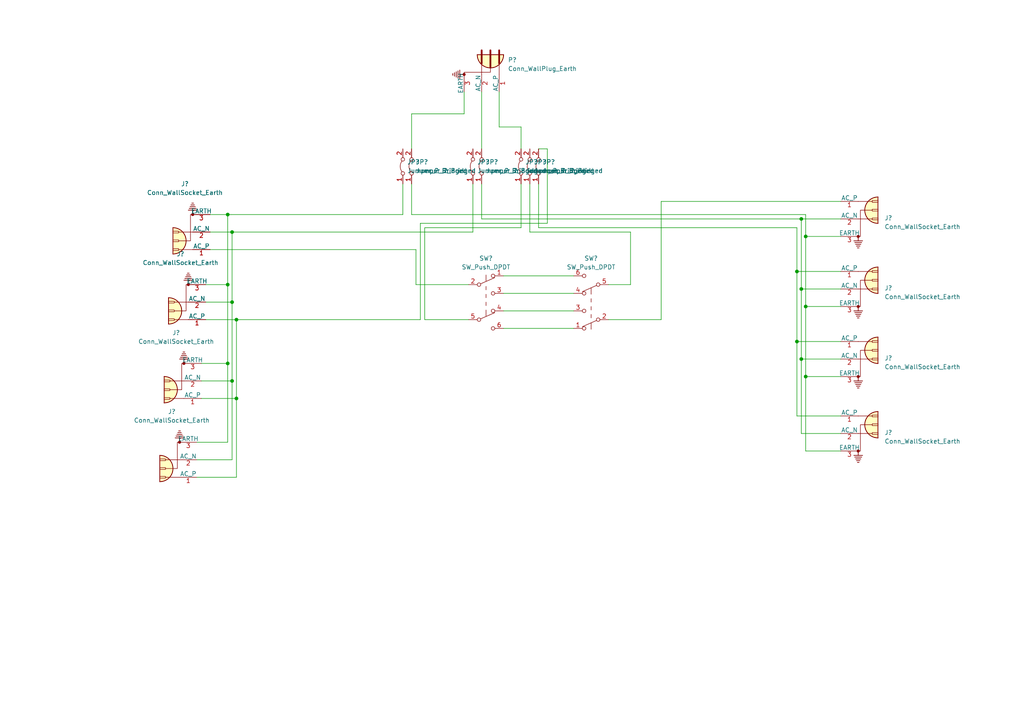
<source format=kicad_sch>
(kicad_sch (version 20211123) (generator eeschema)

  (uuid b4484504-0adb-472d-acd4-346545f4873b)

  (paper "A4")

  (lib_symbols
    (symbol "Connector:Conn_WallPlug_Earth" (pin_names (offset 0)) (in_bom yes) (on_board yes)
      (property "Reference" "P" (id 0) (at 0 3.81 0)
        (effects (font (size 1.27 1.27)) (justify bottom))
      )
      (property "Value" "Conn_WallPlug_Earth" (id 1) (at -5.08 0 90)
        (effects (font (size 1.27 1.27)) (justify bottom))
      )
      (property "Footprint" "" (id 2) (at 10.16 0 0)
        (effects (font (size 1.27 1.27)) hide)
      )
      (property "Datasheet" "~" (id 3) (at 10.16 0 0)
        (effects (font (size 1.27 1.27)) hide)
      )
      (property "ki_keywords" "wall plug 110VAC 220VAC" (id 4) (at 0 0 0)
        (effects (font (size 1.27 1.27)) hide)
      )
      (property "ki_description" "3-pin general wall plug, with Earth wire (110VAC, 220VAC)" (id 5) (at 0 0 0)
        (effects (font (size 1.27 1.27)) hide)
      )
      (symbol "Conn_WallPlug_Earth_0_1"
        (arc (start -3.175 -3.81) (mid 0.635 0) (end -3.175 3.81)
          (stroke (width 0.254) (type default) (color 0 0 0 0))
          (fill (type background))
        )
        (polyline
          (pts
            (xy -4.445 -2.54)
            (xy -0.635 -2.54)
          )
          (stroke (width 0.508) (type default) (color 0 0 0 0))
          (fill (type none))
        )
        (polyline
          (pts
            (xy -4.445 0)
            (xy 0.508 0)
          )
          (stroke (width 0.508) (type default) (color 0 0 0 0))
          (fill (type none))
        )
        (polyline
          (pts
            (xy -4.445 2.54)
            (xy -0.635 2.54)
          )
          (stroke (width 0.508) (type default) (color 0 0 0 0))
          (fill (type none))
        )
        (polyline
          (pts
            (xy -3.175 -3.81)
            (xy -3.175 3.81)
          )
          (stroke (width 0.254) (type default) (color 0 0 0 0))
          (fill (type none))
        )
        (polyline
          (pts
            (xy -0.635 -2.54)
            (xy 2.54 -2.54)
          )
          (stroke (width 0) (type default) (color 0 0 0 0))
          (fill (type none))
        )
        (polyline
          (pts
            (xy -0.635 2.54)
            (xy 2.54 2.54)
          )
          (stroke (width 0) (type default) (color 0 0 0 0))
          (fill (type none))
        )
        (polyline
          (pts
            (xy 1.524 -9.398)
            (xy 3.556 -9.398)
          )
          (stroke (width 0.2032) (type default) (color 0 0 0 0))
          (fill (type none))
        )
        (polyline
          (pts
            (xy 1.778 -9.906)
            (xy 3.302 -9.906)
          )
          (stroke (width 0.2032) (type default) (color 0 0 0 0))
          (fill (type none))
        )
        (polyline
          (pts
            (xy 2.032 -10.414)
            (xy 3.048 -10.414)
          )
          (stroke (width 0.2032) (type default) (color 0 0 0 0))
          (fill (type none))
        )
        (polyline
          (pts
            (xy 2.286 -10.922)
            (xy 2.794 -10.922)
          )
          (stroke (width 0.2032) (type default) (color 0 0 0 0))
          (fill (type none))
        )
        (polyline
          (pts
            (xy 2.54 -7.62)
            (xy 2.54 -8.89)
          )
          (stroke (width 0.2032) (type default) (color 0 0 0 0))
          (fill (type none))
        )
        (polyline
          (pts
            (xy 3.81 -8.89)
            (xy 1.27 -8.89)
          )
          (stroke (width 0.2032) (type default) (color 0 0 0 0))
          (fill (type none))
        )
        (polyline
          (pts
            (xy 2.54 -7.62)
            (xy 1.905 -7.62)
            (xy 1.905 0)
            (xy -4.445 0)
          )
          (stroke (width 0) (type default) (color 0 0 0 0))
          (fill (type none))
        )
        (circle (center 2.54 -7.62) (radius 0.3556)
          (stroke (width 0) (type default) (color 0 0 0 0))
          (fill (type outline))
        )
      )
      (symbol "Conn_WallPlug_Earth_1_1"
        (pin power_out line (at 7.62 2.54 180) (length 5.08)
          (name "AC_P" (effects (font (size 1.27 1.27))))
          (number "1" (effects (font (size 1.27 1.27))))
        )
        (pin power_out line (at 7.62 -2.54 180) (length 5.08)
          (name "AC_N" (effects (font (size 1.27 1.27))))
          (number "2" (effects (font (size 1.27 1.27))))
        )
        (pin passive line (at 7.62 -7.62 180) (length 5.08)
          (name "EARTH" (effects (font (size 1.27 1.27))))
          (number "3" (effects (font (size 1.27 1.27))))
        )
      )
    )
    (symbol "Connector:Conn_WallSocket_Earth" (pin_names (offset 0)) (in_bom yes) (on_board yes)
      (property "Reference" "J" (id 0) (at 3.81 6.985 0)
        (effects (font (size 1.27 1.27)) (justify bottom))
      )
      (property "Value" "Conn_WallSocket_Earth" (id 1) (at 7.62 2.54 90)
        (effects (font (size 1.27 1.27)) (justify bottom))
      )
      (property "Footprint" "" (id 2) (at -7.62 2.54 0)
        (effects (font (size 1.27 1.27)) hide)
      )
      (property "Datasheet" "~" (id 3) (at -7.62 2.54 0)
        (effects (font (size 1.27 1.27)) hide)
      )
      (property "ki_keywords" "wall socket 110VAC 220VAC" (id 4) (at 0 0 0)
        (effects (font (size 1.27 1.27)) hide)
      )
      (property "ki_description" "3-pin german wall socket, with Earth wire (110VAC, 220VAC)" (id 5) (at 0 0 0)
        (effects (font (size 1.27 1.27)) hide)
      )
      (symbol "Conn_WallSocket_Earth_0_1"
        (circle (center 0 -5.08) (radius 0.3556)
          (stroke (width 0) (type default) (color 0 0 0 0))
          (fill (type outline))
        )
        (polyline
          (pts
            (xy -1.27 -6.35)
            (xy 1.27 -6.35)
          )
          (stroke (width 0.2032) (type default) (color 0 0 0 0))
          (fill (type none))
        )
        (polyline
          (pts
            (xy 0 -5.08)
            (xy 0 -6.35)
          )
          (stroke (width 0.2032) (type default) (color 0 0 0 0))
          (fill (type none))
        )
        (polyline
          (pts
            (xy 0.254 -8.382)
            (xy -0.254 -8.382)
          )
          (stroke (width 0.2032) (type default) (color 0 0 0 0))
          (fill (type none))
        )
        (polyline
          (pts
            (xy 0.508 -7.874)
            (xy -0.508 -7.874)
          )
          (stroke (width 0.2032) (type default) (color 0 0 0 0))
          (fill (type none))
        )
        (polyline
          (pts
            (xy 0.762 -7.366)
            (xy -0.762 -7.366)
          )
          (stroke (width 0.2032) (type default) (color 0 0 0 0))
          (fill (type none))
        )
        (polyline
          (pts
            (xy 1.016 -6.858)
            (xy -1.016 -6.858)
          )
          (stroke (width 0.2032) (type default) (color 0 0 0 0))
          (fill (type none))
        )
        (polyline
          (pts
            (xy 4.064 0)
            (xy 0 0)
          )
          (stroke (width 0) (type default) (color 0 0 0 0))
          (fill (type none))
        )
        (polyline
          (pts
            (xy 4.064 5.08)
            (xy 0 5.08)
          )
          (stroke (width 0) (type default) (color 0 0 0 0))
          (fill (type none))
        )
        (polyline
          (pts
            (xy 5.715 -1.27)
            (xy 5.715 6.35)
          )
          (stroke (width 0.254) (type default) (color 0 0 0 0))
          (fill (type none))
        )
        (polyline
          (pts
            (xy 0 -5.08)
            (xy 0.635 -5.08)
            (xy 0.635 2.54)
            (xy 4.064 2.54)
          )
          (stroke (width 0) (type default) (color 0 0 0 0))
          (fill (type none))
        )
        (rectangle (start 5.715 -0.254) (end 4.064 0.254)
          (stroke (width 0) (type default) (color 0 0 0 0))
          (fill (type none))
        )
        (rectangle (start 5.715 2.286) (end 4.064 2.794)
          (stroke (width 0) (type default) (color 0 0 0 0))
          (fill (type none))
        )
        (rectangle (start 5.715 4.826) (end 4.064 5.334)
          (stroke (width 0) (type default) (color 0 0 0 0))
          (fill (type none))
        )
        (arc (start 5.715 6.35) (mid 1.905 2.54) (end 5.715 -1.27)
          (stroke (width 0.254) (type default) (color 0 0 0 0))
          (fill (type background))
        )
      )
      (symbol "Conn_WallSocket_Earth_1_1"
        (pin power_in line (at -5.08 5.08 0) (length 5.08)
          (name "AC_P" (effects (font (size 1.27 1.27))))
          (number "1" (effects (font (size 1.27 1.27))))
        )
        (pin power_in line (at -5.08 0 0) (length 5.08)
          (name "AC_N" (effects (font (size 1.27 1.27))))
          (number "2" (effects (font (size 1.27 1.27))))
        )
        (pin passive line (at -5.08 -5.08 0) (length 5.08)
          (name "EARTH" (effects (font (size 1.27 1.27))))
          (number "3" (effects (font (size 1.27 1.27))))
        )
      )
    )
    (symbol "Jumper:Jumper_2_Bridged" (pin_names (offset 0) hide) (in_bom yes) (on_board yes)
      (property "Reference" "JP" (id 0) (at 0 1.905 0)
        (effects (font (size 1.27 1.27)))
      )
      (property "Value" "Jumper_2_Bridged" (id 1) (at 0 -2.54 0)
        (effects (font (size 1.27 1.27)))
      )
      (property "Footprint" "" (id 2) (at 0 0 0)
        (effects (font (size 1.27 1.27)) hide)
      )
      (property "Datasheet" "~" (id 3) (at 0 0 0)
        (effects (font (size 1.27 1.27)) hide)
      )
      (property "ki_keywords" "Jumper SPST" (id 4) (at 0 0 0)
        (effects (font (size 1.27 1.27)) hide)
      )
      (property "ki_description" "Jumper, 2-pole, closed/bridged" (id 5) (at 0 0 0)
        (effects (font (size 1.27 1.27)) hide)
      )
      (property "ki_fp_filters" "Jumper* TestPoint*2Pads* TestPoint*Bridge*" (id 6) (at 0 0 0)
        (effects (font (size 1.27 1.27)) hide)
      )
      (symbol "Jumper_2_Bridged_0_0"
        (circle (center -2.032 0) (radius 0.508)
          (stroke (width 0) (type default) (color 0 0 0 0))
          (fill (type none))
        )
        (circle (center 2.032 0) (radius 0.508)
          (stroke (width 0) (type default) (color 0 0 0 0))
          (fill (type none))
        )
      )
      (symbol "Jumper_2_Bridged_0_1"
        (arc (start 1.524 0.254) (mid 0 0.762) (end -1.524 0.254)
          (stroke (width 0) (type default) (color 0 0 0 0))
          (fill (type none))
        )
      )
      (symbol "Jumper_2_Bridged_1_1"
        (pin passive line (at -5.08 0 0) (length 2.54)
          (name "A" (effects (font (size 1.27 1.27))))
          (number "1" (effects (font (size 1.27 1.27))))
        )
        (pin passive line (at 5.08 0 180) (length 2.54)
          (name "B" (effects (font (size 1.27 1.27))))
          (number "2" (effects (font (size 1.27 1.27))))
        )
      )
    )
    (symbol "Switch:SW_Push_DPDT" (pin_names (offset 0) hide) (in_bom yes) (on_board yes)
      (property "Reference" "SW" (id 0) (at 0 8.89 0)
        (effects (font (size 1.27 1.27)))
      )
      (property "Value" "SW_Push_DPDT" (id 1) (at 0 -10.16 0)
        (effects (font (size 1.27 1.27)))
      )
      (property "Footprint" "" (id 2) (at 0 5.08 0)
        (effects (font (size 1.27 1.27)) hide)
      )
      (property "Datasheet" "~" (id 3) (at 0 5.08 0)
        (effects (font (size 1.27 1.27)) hide)
      )
      (property "ki_keywords" "switch dual-pole double-throw spdt ON-ON" (id 4) (at 0 0 0)
        (effects (font (size 1.27 1.27)) hide)
      )
      (property "ki_description" "Momentary Switch, dual pole double throw" (id 5) (at 0 0 0)
        (effects (font (size 1.27 1.27)) hide)
      )
      (symbol "SW_Push_DPDT_0_0"
        (circle (center -2.032 -5.08) (radius 0.508)
          (stroke (width 0) (type default) (color 0 0 0 0))
          (fill (type none))
        )
        (circle (center -2.032 5.08) (radius 0.508)
          (stroke (width 0) (type default) (color 0 0 0 0))
          (fill (type none))
        )
        (circle (center 2.032 -7.62) (radius 0.508)
          (stroke (width 0) (type default) (color 0 0 0 0))
          (fill (type none))
        )
        (circle (center 2.032 2.54) (radius 0.508)
          (stroke (width 0) (type default) (color 0 0 0 0))
          (fill (type none))
        )
      )
      (symbol "SW_Push_DPDT_0_1"
        (polyline
          (pts
            (xy -1.524 -4.826)
            (xy 2.54 -3.048)
          )
          (stroke (width 0) (type default) (color 0 0 0 0))
          (fill (type none))
        )
        (polyline
          (pts
            (xy -1.524 5.334)
            (xy 2.54 7.112)
          )
          (stroke (width 0) (type default) (color 0 0 0 0))
          (fill (type none))
        )
        (polyline
          (pts
            (xy 0 -2.286)
            (xy 0 -4.064)
          )
          (stroke (width 0) (type default) (color 0 0 0 0))
          (fill (type none))
        )
        (polyline
          (pts
            (xy 0 -1.016)
            (xy 0 0)
          )
          (stroke (width 0) (type default) (color 0 0 0 0))
          (fill (type none))
        )
        (polyline
          (pts
            (xy 0 1.27)
            (xy 0 2.286)
          )
          (stroke (width 0) (type default) (color 0 0 0 0))
          (fill (type none))
        )
        (polyline
          (pts
            (xy 0 3.556)
            (xy 0 4.572)
          )
          (stroke (width 0) (type default) (color 0 0 0 0))
          (fill (type none))
        )
        (polyline
          (pts
            (xy 0 7.874)
            (xy 0 6.096)
          )
          (stroke (width 0) (type default) (color 0 0 0 0))
          (fill (type none))
        )
        (circle (center 2.032 -2.54) (radius 0.508)
          (stroke (width 0) (type default) (color 0 0 0 0))
          (fill (type none))
        )
        (circle (center 2.032 7.62) (radius 0.508)
          (stroke (width 0) (type default) (color 0 0 0 0))
          (fill (type none))
        )
      )
      (symbol "SW_Push_DPDT_1_1"
        (pin passive line (at 5.08 7.62 180) (length 2.54)
          (name "A" (effects (font (size 1.27 1.27))))
          (number "1" (effects (font (size 1.27 1.27))))
        )
        (pin passive line (at -5.08 5.08 0) (length 2.54)
          (name "B" (effects (font (size 1.27 1.27))))
          (number "2" (effects (font (size 1.27 1.27))))
        )
        (pin passive line (at 5.08 2.54 180) (length 2.54)
          (name "C" (effects (font (size 1.27 1.27))))
          (number "3" (effects (font (size 1.27 1.27))))
        )
        (pin passive line (at 5.08 -2.54 180) (length 2.54)
          (name "A" (effects (font (size 1.27 1.27))))
          (number "4" (effects (font (size 1.27 1.27))))
        )
        (pin passive line (at -5.08 -5.08 0) (length 2.54)
          (name "B" (effects (font (size 1.27 1.27))))
          (number "5" (effects (font (size 1.27 1.27))))
        )
        (pin passive line (at 5.08 -7.62 180) (length 2.54)
          (name "C" (effects (font (size 1.27 1.27))))
          (number "6" (effects (font (size 1.27 1.27))))
        )
      )
    )
  )

  (junction (at 66.04 105.41) (diameter 0) (color 0 0 0 0)
    (uuid 051adcb0-ae2c-4f17-b352-63e11579381a)
  )
  (junction (at 232.41 104.14) (diameter 0) (color 0 0 0 0)
    (uuid 1fd482b7-bdf2-4b67-b0f7-a4f4c6887981)
  )
  (junction (at 231.14 99.06) (diameter 0) (color 0 0 0 0)
    (uuid 2a215282-03be-4ba3-b819-d16809e6883b)
  )
  (junction (at 233.68 109.22) (diameter 0) (color 0 0 0 0)
    (uuid 30f94b63-357e-476f-9865-729f14455651)
  )
  (junction (at 232.41 83.82) (diameter 0) (color 0 0 0 0)
    (uuid 3e595019-f8f7-4d6f-b33b-b8645bbd68e4)
  )
  (junction (at 67.31 87.63) (diameter 0) (color 0 0 0 0)
    (uuid 3f241de8-6663-4db5-a74a-80aedcdbf11f)
  )
  (junction (at 233.68 68.58) (diameter 0) (color 0 0 0 0)
    (uuid 3f9c340e-1605-4e97-8083-f32ac46cc36e)
  )
  (junction (at 68.58 115.57) (diameter 0) (color 0 0 0 0)
    (uuid 40df7733-c675-4722-99b4-9977ad8aad18)
  )
  (junction (at 66.04 82.55) (diameter 0) (color 0 0 0 0)
    (uuid 45699099-639a-4ef9-ab5a-6d601cde8486)
  )
  (junction (at 68.58 92.71) (diameter 0) (color 0 0 0 0)
    (uuid 464788af-c5e1-4dc3-9a92-059e438550e6)
  )
  (junction (at 67.31 110.49) (diameter 0) (color 0 0 0 0)
    (uuid 8125fd2a-625d-4bed-a817-a09899341c43)
  )
  (junction (at 231.14 78.74) (diameter 0) (color 0 0 0 0)
    (uuid 8d374dd7-042c-415e-82cd-0b6b1b617f6e)
  )
  (junction (at 67.31 67.31) (diameter 0) (color 0 0 0 0)
    (uuid b920a826-df3a-4d2f-ac0f-8454c160ebe9)
  )
  (junction (at 233.68 88.9) (diameter 0) (color 0 0 0 0)
    (uuid c217efc5-c9d2-4d7a-acd5-829b74499b30)
  )
  (junction (at 66.04 62.23) (diameter 0) (color 0 0 0 0)
    (uuid de302638-81ba-47eb-ba0f-7319ce976657)
  )
  (junction (at 232.41 63.5) (diameter 0) (color 0 0 0 0)
    (uuid fc1b9d07-d28a-4294-861b-b47ede43dc3e)
  )

  (wire (pts (xy 231.14 78.74) (xy 243.84 78.74))
    (stroke (width 0) (type default) (color 0 0 0 0))
    (uuid 007ac2c5-c330-40c4-8a75-55d619e8ff01)
  )
  (wire (pts (xy 67.31 133.35) (xy 67.31 110.49))
    (stroke (width 0) (type default) (color 0 0 0 0))
    (uuid 05a055ff-cb9c-4ebf-9c13-d553b82aa011)
  )
  (wire (pts (xy 243.84 83.82) (xy 232.41 83.82))
    (stroke (width 0) (type default) (color 0 0 0 0))
    (uuid 06a4d72a-d955-4b54-b4f2-283c4586eb79)
  )
  (wire (pts (xy 58.42 105.41) (xy 66.04 105.41))
    (stroke (width 0) (type default) (color 0 0 0 0))
    (uuid 0aa83502-6b19-44a3-8fc7-3bd67e97263f)
  )
  (wire (pts (xy 123.19 66.04) (xy 123.19 92.71))
    (stroke (width 0) (type default) (color 0 0 0 0))
    (uuid 11495909-147f-430d-8814-2ecd67932786)
  )
  (wire (pts (xy 68.58 92.71) (xy 121.92 92.71))
    (stroke (width 0) (type default) (color 0 0 0 0))
    (uuid 150ee7e8-af74-4fec-a540-31b15f1f8ae7)
  )
  (wire (pts (xy 120.65 82.55) (xy 120.65 72.39))
    (stroke (width 0) (type default) (color 0 0 0 0))
    (uuid 1a9f67ab-8afe-400d-8912-fe2ce4ad340b)
  )
  (wire (pts (xy 156.21 66.04) (xy 231.14 66.04))
    (stroke (width 0) (type default) (color 0 0 0 0))
    (uuid 1aab4035-d416-441d-b74b-bd7e943cdaa3)
  )
  (wire (pts (xy 231.14 66.04) (xy 231.14 78.74))
    (stroke (width 0) (type default) (color 0 0 0 0))
    (uuid 1bb23583-4ef4-4e28-a831-0d37ac1eadc4)
  )
  (wire (pts (xy 232.41 83.82) (xy 232.41 63.5))
    (stroke (width 0) (type default) (color 0 0 0 0))
    (uuid 1bc9d336-bfee-4774-abec-64c30858c4a2)
  )
  (wire (pts (xy 146.05 85.09) (xy 166.37 85.09))
    (stroke (width 0) (type default) (color 0 0 0 0))
    (uuid 1d9ced3f-c347-4eb6-a625-e22f557e2224)
  )
  (wire (pts (xy 116.84 62.23) (xy 66.04 62.23))
    (stroke (width 0) (type default) (color 0 0 0 0))
    (uuid 21336cb0-bd83-4113-bef3-56d46157acc6)
  )
  (wire (pts (xy 121.92 92.71) (xy 121.92 64.77))
    (stroke (width 0) (type default) (color 0 0 0 0))
    (uuid 2510d7f7-cff8-44af-ba4a-c4781e82b1ef)
  )
  (wire (pts (xy 232.41 63.5) (xy 243.84 63.5))
    (stroke (width 0) (type default) (color 0 0 0 0))
    (uuid 265d2608-bf84-4a4f-a99c-c7a2c1e848d9)
  )
  (wire (pts (xy 58.42 110.49) (xy 67.31 110.49))
    (stroke (width 0) (type default) (color 0 0 0 0))
    (uuid 27dc7b0e-4146-4d9e-ae41-6bbca37fa5b5)
  )
  (wire (pts (xy 151.13 53.34) (xy 151.13 66.04))
    (stroke (width 0) (type default) (color 0 0 0 0))
    (uuid 282a3b87-4021-4d81-8493-d30190c3a191)
  )
  (wire (pts (xy 191.77 58.42) (xy 243.84 58.42))
    (stroke (width 0) (type default) (color 0 0 0 0))
    (uuid 2caf7aeb-bd07-488f-a5d3-cc86abb0c85f)
  )
  (wire (pts (xy 58.42 115.57) (xy 68.58 115.57))
    (stroke (width 0) (type default) (color 0 0 0 0))
    (uuid 2e313f1a-5e65-42f7-8b70-523541a15e9b)
  )
  (wire (pts (xy 137.16 53.34) (xy 137.16 67.31))
    (stroke (width 0) (type default) (color 0 0 0 0))
    (uuid 329ce1d4-3f2d-40be-867a-27b42239cd43)
  )
  (wire (pts (xy 66.04 82.55) (xy 66.04 62.23))
    (stroke (width 0) (type default) (color 0 0 0 0))
    (uuid 35749c23-aadf-4783-997b-ff66c7328637)
  )
  (wire (pts (xy 243.84 130.81) (xy 233.68 130.81))
    (stroke (width 0) (type default) (color 0 0 0 0))
    (uuid 3993f4cf-af7a-4b9c-98f3-482d324393a7)
  )
  (wire (pts (xy 243.84 120.65) (xy 231.14 120.65))
    (stroke (width 0) (type default) (color 0 0 0 0))
    (uuid 39b2c587-fc6c-4ca0-98fb-8cb12bec2cf0)
  )
  (wire (pts (xy 57.15 128.27) (xy 66.04 128.27))
    (stroke (width 0) (type default) (color 0 0 0 0))
    (uuid 3aedcb1c-764d-4aa0-8a67-85c13141463f)
  )
  (wire (pts (xy 139.7 63.5) (xy 232.41 63.5))
    (stroke (width 0) (type default) (color 0 0 0 0))
    (uuid 3c465bb0-7307-489c-85a6-4f0fc8e878d0)
  )
  (wire (pts (xy 139.7 53.34) (xy 139.7 63.5))
    (stroke (width 0) (type default) (color 0 0 0 0))
    (uuid 416e3620-c2ba-44b5-8853-42280a304059)
  )
  (wire (pts (xy 121.92 64.77) (xy 158.75 64.77))
    (stroke (width 0) (type default) (color 0 0 0 0))
    (uuid 4736cbec-2cca-443f-9c76-03dda85dbbcb)
  )
  (wire (pts (xy 119.38 62.23) (xy 233.68 62.23))
    (stroke (width 0) (type default) (color 0 0 0 0))
    (uuid 4851177b-f0db-44d9-9711-dcb938a53ded)
  )
  (wire (pts (xy 182.88 82.55) (xy 176.53 82.55))
    (stroke (width 0) (type default) (color 0 0 0 0))
    (uuid 49470446-7570-4cb7-9626-245f475449a8)
  )
  (wire (pts (xy 134.62 26.67) (xy 134.62 33.02))
    (stroke (width 0) (type default) (color 0 0 0 0))
    (uuid 4b2bcdeb-b564-4e93-9ea1-75dbbf7fef1e)
  )
  (wire (pts (xy 243.84 104.14) (xy 232.41 104.14))
    (stroke (width 0) (type default) (color 0 0 0 0))
    (uuid 4b856f95-cd59-40d6-848c-b8d8ac79a278)
  )
  (wire (pts (xy 139.7 26.67) (xy 139.7 43.18))
    (stroke (width 0) (type default) (color 0 0 0 0))
    (uuid 4d1e94c0-4dea-4883-886b-6af538d16587)
  )
  (wire (pts (xy 151.13 36.83) (xy 151.13 43.18))
    (stroke (width 0) (type default) (color 0 0 0 0))
    (uuid 55670f97-5402-42e0-a659-a8f407df2173)
  )
  (wire (pts (xy 176.53 92.71) (xy 191.77 92.71))
    (stroke (width 0) (type default) (color 0 0 0 0))
    (uuid 5a9dd01c-a470-440c-9bd0-63a68d6b46c2)
  )
  (wire (pts (xy 233.68 88.9) (xy 233.68 68.58))
    (stroke (width 0) (type default) (color 0 0 0 0))
    (uuid 5ab1317b-5cb4-4543-b358-0c9a904f17be)
  )
  (wire (pts (xy 68.58 138.43) (xy 68.58 115.57))
    (stroke (width 0) (type default) (color 0 0 0 0))
    (uuid 6366231a-6fd3-4a16-b5b7-539cc70cf054)
  )
  (wire (pts (xy 153.67 67.31) (xy 182.88 67.31))
    (stroke (width 0) (type default) (color 0 0 0 0))
    (uuid 736f6ce9-4930-42d4-9603-3f1b5decbfef)
  )
  (wire (pts (xy 67.31 110.49) (xy 67.31 87.63))
    (stroke (width 0) (type default) (color 0 0 0 0))
    (uuid 79060788-87c4-4c9d-b0c0-56610867d8d2)
  )
  (wire (pts (xy 57.15 138.43) (xy 68.58 138.43))
    (stroke (width 0) (type default) (color 0 0 0 0))
    (uuid 7ae457ea-c60a-4f20-af9a-783446289efa)
  )
  (wire (pts (xy 59.69 92.71) (xy 68.58 92.71))
    (stroke (width 0) (type default) (color 0 0 0 0))
    (uuid 7b330c32-ae02-467d-babb-633b01e8914c)
  )
  (wire (pts (xy 158.75 64.77) (xy 158.75 43.18))
    (stroke (width 0) (type default) (color 0 0 0 0))
    (uuid 80efbda5-2e40-4ca3-b5f4-0944f83413b9)
  )
  (wire (pts (xy 66.04 105.41) (xy 66.04 82.55))
    (stroke (width 0) (type default) (color 0 0 0 0))
    (uuid 83f85711-33f6-482e-b453-176c1345af15)
  )
  (wire (pts (xy 243.84 99.06) (xy 231.14 99.06))
    (stroke (width 0) (type default) (color 0 0 0 0))
    (uuid 85e1fd52-e456-4e88-8505-c45d10b2b0ba)
  )
  (wire (pts (xy 67.31 67.31) (xy 60.96 67.31))
    (stroke (width 0) (type default) (color 0 0 0 0))
    (uuid 8bcb0b96-1df0-4afc-a627-0fc7fa185392)
  )
  (wire (pts (xy 66.04 62.23) (xy 60.96 62.23))
    (stroke (width 0) (type default) (color 0 0 0 0))
    (uuid 8e9f35c6-0214-4fe0-aaa1-039425045966)
  )
  (wire (pts (xy 146.05 90.17) (xy 166.37 90.17))
    (stroke (width 0) (type default) (color 0 0 0 0))
    (uuid 8efb5d86-55a9-42f4-a8e7-cb6bb37f4592)
  )
  (wire (pts (xy 119.38 53.34) (xy 119.38 62.23))
    (stroke (width 0) (type default) (color 0 0 0 0))
    (uuid 90d04068-edca-4b45-b557-b6a3005c012d)
  )
  (wire (pts (xy 135.89 82.55) (xy 120.65 82.55))
    (stroke (width 0) (type default) (color 0 0 0 0))
    (uuid 91c25da8-f2e7-4011-bf67-19f2cf132d64)
  )
  (wire (pts (xy 146.05 95.25) (xy 166.37 95.25))
    (stroke (width 0) (type default) (color 0 0 0 0))
    (uuid 95755704-8306-4888-82e6-1ce7348f775e)
  )
  (wire (pts (xy 182.88 67.31) (xy 182.88 82.55))
    (stroke (width 0) (type default) (color 0 0 0 0))
    (uuid 9c67ca19-d92b-430c-aa78-ae60469be769)
  )
  (wire (pts (xy 151.13 66.04) (xy 123.19 66.04))
    (stroke (width 0) (type default) (color 0 0 0 0))
    (uuid 9d7ec37e-ca0a-4a2e-a769-1262d69754ee)
  )
  (wire (pts (xy 233.68 109.22) (xy 243.84 109.22))
    (stroke (width 0) (type default) (color 0 0 0 0))
    (uuid a5dcc45b-f1ed-4e91-a1ab-63064512f39e)
  )
  (wire (pts (xy 156.21 53.34) (xy 156.21 66.04))
    (stroke (width 0) (type default) (color 0 0 0 0))
    (uuid a8a7bb15-54e2-4ea1-80a7-4454de5a74f7)
  )
  (wire (pts (xy 191.77 92.71) (xy 191.77 58.42))
    (stroke (width 0) (type default) (color 0 0 0 0))
    (uuid b1b8e3e0-1628-42a5-be18-7e8d0d5090ed)
  )
  (wire (pts (xy 233.68 88.9) (xy 243.84 88.9))
    (stroke (width 0) (type default) (color 0 0 0 0))
    (uuid b34b0ad2-f5d4-4ecb-8b0c-6f006a95a0e2)
  )
  (wire (pts (xy 243.84 125.73) (xy 232.41 125.73))
    (stroke (width 0) (type default) (color 0 0 0 0))
    (uuid bab61a01-cf54-4bd3-bd42-d19f44d3460d)
  )
  (wire (pts (xy 68.58 115.57) (xy 68.58 92.71))
    (stroke (width 0) (type default) (color 0 0 0 0))
    (uuid bfb0d33b-8323-4806-a146-68559d122f61)
  )
  (wire (pts (xy 144.78 26.67) (xy 144.78 36.83))
    (stroke (width 0) (type default) (color 0 0 0 0))
    (uuid c09dd044-79f7-48f2-afe3-ef7bd726e44f)
  )
  (wire (pts (xy 146.05 80.01) (xy 166.37 80.01))
    (stroke (width 0) (type default) (color 0 0 0 0))
    (uuid c1f58e5f-c1a0-4dd1-aa80-c24489602548)
  )
  (wire (pts (xy 116.84 53.34) (xy 116.84 62.23))
    (stroke (width 0) (type default) (color 0 0 0 0))
    (uuid caab4708-ae57-47b2-a426-c4c4ec61b93f)
  )
  (wire (pts (xy 119.38 33.02) (xy 119.38 43.18))
    (stroke (width 0) (type default) (color 0 0 0 0))
    (uuid cc907b12-38e2-4387-a0bc-ae611d53094d)
  )
  (wire (pts (xy 233.68 62.23) (xy 233.68 68.58))
    (stroke (width 0) (type default) (color 0 0 0 0))
    (uuid cd0c569e-b949-4d1d-9ff1-1f397b203be6)
  )
  (wire (pts (xy 67.31 67.31) (xy 67.31 87.63))
    (stroke (width 0) (type default) (color 0 0 0 0))
    (uuid d5c1be71-6441-4b75-af02-eed7b3d20631)
  )
  (wire (pts (xy 57.15 133.35) (xy 67.31 133.35))
    (stroke (width 0) (type default) (color 0 0 0 0))
    (uuid d689fb66-a866-4544-a649-845d2c702792)
  )
  (wire (pts (xy 231.14 99.06) (xy 231.14 78.74))
    (stroke (width 0) (type default) (color 0 0 0 0))
    (uuid d6ea6c12-f227-40ec-b6e0-633481c04362)
  )
  (wire (pts (xy 134.62 33.02) (xy 119.38 33.02))
    (stroke (width 0) (type default) (color 0 0 0 0))
    (uuid d759cae7-3d61-4d5b-914b-c1b4f635063c)
  )
  (wire (pts (xy 60.96 72.39) (xy 120.65 72.39))
    (stroke (width 0) (type default) (color 0 0 0 0))
    (uuid d9658cbc-5584-443c-9799-1fb8b4ac2213)
  )
  (wire (pts (xy 144.78 36.83) (xy 151.13 36.83))
    (stroke (width 0) (type default) (color 0 0 0 0))
    (uuid e79ac12a-3973-4663-9dea-46670307cd47)
  )
  (wire (pts (xy 158.75 43.18) (xy 156.21 43.18))
    (stroke (width 0) (type default) (color 0 0 0 0))
    (uuid e918e21f-d155-400a-b51c-abba6a6575bb)
  )
  (wire (pts (xy 232.41 104.14) (xy 232.41 83.82))
    (stroke (width 0) (type default) (color 0 0 0 0))
    (uuid e9734ec1-dd3f-4d5f-a492-5ce140cf70e1)
  )
  (wire (pts (xy 233.68 130.81) (xy 233.68 109.22))
    (stroke (width 0) (type default) (color 0 0 0 0))
    (uuid eaf990b3-2afb-4d0e-80dd-d6a7d104123a)
  )
  (wire (pts (xy 59.69 87.63) (xy 67.31 87.63))
    (stroke (width 0) (type default) (color 0 0 0 0))
    (uuid ec40e217-8d96-46d8-b6ed-67f96c89acae)
  )
  (wire (pts (xy 233.68 68.58) (xy 243.84 68.58))
    (stroke (width 0) (type default) (color 0 0 0 0))
    (uuid ee1e878d-13a5-40e6-b619-5f32c30d81ac)
  )
  (wire (pts (xy 123.19 92.71) (xy 135.89 92.71))
    (stroke (width 0) (type default) (color 0 0 0 0))
    (uuid ef67e483-32fa-496f-9ba7-f23ea5cba72a)
  )
  (wire (pts (xy 59.69 82.55) (xy 66.04 82.55))
    (stroke (width 0) (type default) (color 0 0 0 0))
    (uuid f06e5aea-4510-4535-ae9f-96083f5a3a94)
  )
  (wire (pts (xy 233.68 109.22) (xy 233.68 88.9))
    (stroke (width 0) (type default) (color 0 0 0 0))
    (uuid f29f08f2-48c1-49f8-8925-dbb82a17399f)
  )
  (wire (pts (xy 66.04 128.27) (xy 66.04 105.41))
    (stroke (width 0) (type default) (color 0 0 0 0))
    (uuid f60d7b72-c08c-46d9-8377-628f0fc44e67)
  )
  (wire (pts (xy 232.41 125.73) (xy 232.41 104.14))
    (stroke (width 0) (type default) (color 0 0 0 0))
    (uuid f7dd4153-4fc5-42b8-8914-736fa13f7129)
  )
  (wire (pts (xy 137.16 67.31) (xy 67.31 67.31))
    (stroke (width 0) (type default) (color 0 0 0 0))
    (uuid f7f230a8-04f2-4e59-8900-b17a754715da)
  )
  (wire (pts (xy 153.67 53.34) (xy 153.67 67.31))
    (stroke (width 0) (type default) (color 0 0 0 0))
    (uuid fc9828d5-6240-4cc0-b744-c93bd3cddd57)
  )
  (wire (pts (xy 231.14 120.65) (xy 231.14 99.06))
    (stroke (width 0) (type default) (color 0 0 0 0))
    (uuid fe8c497f-4354-40ae-8bae-b322c79c6e19)
  )

  (symbol (lib_id "Connector:Conn_WallSocket_Earth") (at 52.07 133.35 180) (unit 1)
    (in_bom yes) (on_board yes) (fields_autoplaced)
    (uuid 034bfdd0-fff2-42b9-bc0b-5d645855cae8)
    (property "Reference" "J?" (id 0) (at 49.8348 119.38 0))
    (property "Value" "Conn_WallSocket_Earth" (id 1) (at 49.8348 121.92 0))
    (property "Footprint" "" (id 2) (at 59.69 135.89 0)
      (effects (font (size 1.27 1.27)) hide)
    )
    (property "Datasheet" "~" (id 3) (at 59.69 135.89 0)
      (effects (font (size 1.27 1.27)) hide)
    )
    (pin "1" (uuid 3097ef2b-99dd-4b3e-b1eb-424fdfc056b0))
    (pin "2" (uuid 7c7a127c-cab9-4df1-b97a-837aa264355f))
    (pin "3" (uuid fd3afe64-f63e-4bfa-b649-70f16eafec65))
  )

  (symbol (lib_id "Connector:Conn_WallSocket_Earth") (at 248.92 125.73 0) (unit 1)
    (in_bom yes) (on_board yes) (fields_autoplaced)
    (uuid 0538f60f-66c1-46b7-87bd-3ac54172b6eb)
    (property "Reference" "J?" (id 0) (at 256.54 125.4632 0)
      (effects (font (size 1.27 1.27)) (justify left))
    )
    (property "Value" "Conn_WallSocket_Earth" (id 1) (at 256.54 128.0032 0)
      (effects (font (size 1.27 1.27)) (justify left))
    )
    (property "Footprint" "" (id 2) (at 241.3 123.19 0)
      (effects (font (size 1.27 1.27)) hide)
    )
    (property "Datasheet" "~" (id 3) (at 241.3 123.19 0)
      (effects (font (size 1.27 1.27)) hide)
    )
    (pin "1" (uuid f3586e2d-5703-4824-a861-0d355b6ec537))
    (pin "2" (uuid 1d176179-b881-4c99-812f-186161197fac))
    (pin "3" (uuid 9d2724d9-81a3-40bb-b307-71522092724e))
  )

  (symbol (lib_id "Jumper:Jumper_2_Bridged") (at 116.84 48.26 90) (unit 1)
    (in_bom yes) (on_board yes) (fields_autoplaced)
    (uuid 0629cea4-cc62-47e5-8d76-2f23ef342f0f)
    (property "Reference" "JP?" (id 0) (at 118.11 46.9899 90)
      (effects (font (size 1.27 1.27)) (justify right))
    )
    (property "Value" "Jumper_2_Bridged" (id 1) (at 118.11 49.5299 90)
      (effects (font (size 1.27 1.27)) (justify right))
    )
    (property "Footprint" "" (id 2) (at 116.84 48.26 0)
      (effects (font (size 1.27 1.27)) hide)
    )
    (property "Datasheet" "~" (id 3) (at 116.84 48.26 0)
      (effects (font (size 1.27 1.27)) hide)
    )
    (pin "1" (uuid b1280fb1-bbfe-40d2-8893-5d70bfbd7d82))
    (pin "2" (uuid fb78f96e-d6d3-4a8f-b949-ede08935c20b))
  )

  (symbol (lib_id "Connector:Conn_WallPlug_Earth") (at 142.24 19.05 270) (unit 1)
    (in_bom yes) (on_board yes) (fields_autoplaced)
    (uuid 090f68c3-1b9c-468f-85a2-2d6e678731c5)
    (property "Reference" "P?" (id 0) (at 147.32 17.3862 90)
      (effects (font (size 1.27 1.27)) (justify left))
    )
    (property "Value" "Conn_WallPlug_Earth" (id 1) (at 147.32 19.9262 90)
      (effects (font (size 1.27 1.27)) (justify left))
    )
    (property "Footprint" "" (id 2) (at 142.24 29.21 0)
      (effects (font (size 1.27 1.27)) hide)
    )
    (property "Datasheet" "~" (id 3) (at 142.24 29.21 0)
      (effects (font (size 1.27 1.27)) hide)
    )
    (pin "1" (uuid ce2e7cfa-90d4-4368-b7d0-e7e891744456))
    (pin "2" (uuid b4ad63ba-42b9-4e6c-bc50-e4d1a9d71288))
    (pin "3" (uuid 2fdca4d9-cd1a-43a8-be34-a292eaeebfb8))
  )

  (symbol (lib_id "Connector:Conn_WallSocket_Earth") (at 55.88 67.31 180) (unit 1)
    (in_bom yes) (on_board yes) (fields_autoplaced)
    (uuid 238d0c84-9517-4867-bf8d-3854d5ce62ea)
    (property "Reference" "J?" (id 0) (at 53.6448 53.34 0))
    (property "Value" "Conn_WallSocket_Earth" (id 1) (at 53.6448 55.88 0))
    (property "Footprint" "" (id 2) (at 63.5 69.85 0)
      (effects (font (size 1.27 1.27)) hide)
    )
    (property "Datasheet" "~" (id 3) (at 63.5 69.85 0)
      (effects (font (size 1.27 1.27)) hide)
    )
    (pin "1" (uuid 587e4caf-4f4c-41eb-850d-d06fda616312))
    (pin "2" (uuid b018b5e6-e307-4315-b16b-608aa5c7a80d))
    (pin "3" (uuid b8eab7b3-3965-4e21-8dad-e184cabe2253))
  )

  (symbol (lib_id "Connector:Conn_WallSocket_Earth") (at 248.92 104.14 0) (unit 1)
    (in_bom yes) (on_board yes) (fields_autoplaced)
    (uuid 24305289-8269-428b-91a0-9c0c7b2682de)
    (property "Reference" "J?" (id 0) (at 256.54 103.8732 0)
      (effects (font (size 1.27 1.27)) (justify left))
    )
    (property "Value" "Conn_WallSocket_Earth" (id 1) (at 256.54 106.4132 0)
      (effects (font (size 1.27 1.27)) (justify left))
    )
    (property "Footprint" "" (id 2) (at 241.3 101.6 0)
      (effects (font (size 1.27 1.27)) hide)
    )
    (property "Datasheet" "~" (id 3) (at 241.3 101.6 0)
      (effects (font (size 1.27 1.27)) hide)
    )
    (pin "1" (uuid f039f116-2338-4dcc-afcd-1f8db55260de))
    (pin "2" (uuid 925a0468-a254-44a9-9f66-4e437a8b1686))
    (pin "3" (uuid b3e9d9d2-f581-49d8-be3a-c082ce04e16d))
  )

  (symbol (lib_id "Jumper:Jumper_2_Bridged") (at 151.13 48.26 90) (unit 1)
    (in_bom yes) (on_board yes) (fields_autoplaced)
    (uuid 264f2eb3-6c7a-4a97-a7a6-b8c070d60f47)
    (property "Reference" "JP?" (id 0) (at 152.4 46.9899 90)
      (effects (font (size 1.27 1.27)) (justify right))
    )
    (property "Value" "Jumper_2_Bridged" (id 1) (at 152.4 49.5299 90)
      (effects (font (size 1.27 1.27)) (justify right))
    )
    (property "Footprint" "" (id 2) (at 151.13 48.26 0)
      (effects (font (size 1.27 1.27)) hide)
    )
    (property "Datasheet" "~" (id 3) (at 151.13 48.26 0)
      (effects (font (size 1.27 1.27)) hide)
    )
    (pin "1" (uuid 557355d5-f4c1-4040-ad53-5343fbbe813c))
    (pin "2" (uuid 93db90e2-f55b-4fcf-9ff3-fc163a62a305))
  )

  (symbol (lib_id "Connector:Conn_WallSocket_Earth") (at 53.34 110.49 180) (unit 1)
    (in_bom yes) (on_board yes) (fields_autoplaced)
    (uuid 77bb1ee6-6142-43d3-adde-e4abe1eb89c3)
    (property "Reference" "J?" (id 0) (at 51.1048 96.52 0))
    (property "Value" "Conn_WallSocket_Earth" (id 1) (at 51.1048 99.06 0))
    (property "Footprint" "" (id 2) (at 60.96 113.03 0)
      (effects (font (size 1.27 1.27)) hide)
    )
    (property "Datasheet" "~" (id 3) (at 60.96 113.03 0)
      (effects (font (size 1.27 1.27)) hide)
    )
    (pin "1" (uuid eefbbdf7-baec-42a3-b523-469cdf903943))
    (pin "2" (uuid 1d0864ae-912d-4bce-8dbb-4e6bd0d14b95))
    (pin "3" (uuid f020aa7e-7ed7-4425-afed-d9505baca347))
  )

  (symbol (lib_id "Connector:Conn_WallSocket_Earth") (at 54.61 87.63 180) (unit 1)
    (in_bom yes) (on_board yes) (fields_autoplaced)
    (uuid 853ee21e-bde0-43bf-9787-c0325f999e0c)
    (property "Reference" "J?" (id 0) (at 52.3748 73.66 0))
    (property "Value" "Conn_WallSocket_Earth" (id 1) (at 52.3748 76.2 0))
    (property "Footprint" "" (id 2) (at 62.23 90.17 0)
      (effects (font (size 1.27 1.27)) hide)
    )
    (property "Datasheet" "~" (id 3) (at 62.23 90.17 0)
      (effects (font (size 1.27 1.27)) hide)
    )
    (pin "1" (uuid 4cf09ad0-88f8-4198-805d-781fa61596bc))
    (pin "2" (uuid da134fc6-e91e-4067-8847-aa591ea40cd3))
    (pin "3" (uuid 676e1da3-0c77-4b14-87d0-a13a8e45a767))
  )

  (symbol (lib_id "Connector:Conn_WallSocket_Earth") (at 248.92 83.82 0) (unit 1)
    (in_bom yes) (on_board yes) (fields_autoplaced)
    (uuid 9166a9ce-f146-4d62-8b67-58f7bcf86b14)
    (property "Reference" "J?" (id 0) (at 256.54 83.5532 0)
      (effects (font (size 1.27 1.27)) (justify left))
    )
    (property "Value" "Conn_WallSocket_Earth" (id 1) (at 256.54 86.0932 0)
      (effects (font (size 1.27 1.27)) (justify left))
    )
    (property "Footprint" "" (id 2) (at 241.3 81.28 0)
      (effects (font (size 1.27 1.27)) hide)
    )
    (property "Datasheet" "~" (id 3) (at 241.3 81.28 0)
      (effects (font (size 1.27 1.27)) hide)
    )
    (pin "1" (uuid eefd589e-f605-46eb-858d-5af9b20c7dcd))
    (pin "2" (uuid 949575a0-841d-410e-963d-f065318e7ae3))
    (pin "3" (uuid f3965b96-3736-47fc-9150-51bd23ba2b06))
  )

  (symbol (lib_id "Jumper:Jumper_2_Bridged") (at 119.38 48.26 90) (unit 1)
    (in_bom yes) (on_board yes) (fields_autoplaced)
    (uuid aacd5050-b64b-48d1-ab14-0a8f8466a648)
    (property "Reference" "JP?" (id 0) (at 120.65 46.9899 90)
      (effects (font (size 1.27 1.27)) (justify right))
    )
    (property "Value" "Jumper_2_Bridged" (id 1) (at 120.65 49.5299 90)
      (effects (font (size 1.27 1.27)) (justify right))
    )
    (property "Footprint" "" (id 2) (at 119.38 48.26 0)
      (effects (font (size 1.27 1.27)) hide)
    )
    (property "Datasheet" "~" (id 3) (at 119.38 48.26 0)
      (effects (font (size 1.27 1.27)) hide)
    )
    (pin "1" (uuid de6c5033-d2c9-4d48-a913-0b84555ebdde))
    (pin "2" (uuid 98b5325f-6e13-49a4-a0aa-f88408632349))
  )

  (symbol (lib_id "Connector:Conn_WallSocket_Earth") (at 248.92 63.5 0) (unit 1)
    (in_bom yes) (on_board yes) (fields_autoplaced)
    (uuid ad9ae895-3af5-43ac-9824-38a061ed99b1)
    (property "Reference" "J?" (id 0) (at 256.54 63.2332 0)
      (effects (font (size 1.27 1.27)) (justify left))
    )
    (property "Value" "Conn_WallSocket_Earth" (id 1) (at 256.54 65.7732 0)
      (effects (font (size 1.27 1.27)) (justify left))
    )
    (property "Footprint" "" (id 2) (at 241.3 60.96 0)
      (effects (font (size 1.27 1.27)) hide)
    )
    (property "Datasheet" "~" (id 3) (at 241.3 60.96 0)
      (effects (font (size 1.27 1.27)) hide)
    )
    (pin "1" (uuid ab7e288f-456c-49cb-9810-19e7ba6bd43c))
    (pin "2" (uuid 97ab18cd-9a3a-4566-94c2-8d160742cd47))
    (pin "3" (uuid 1f56776b-71b1-4b91-ab64-2425613591ff))
  )

  (symbol (lib_id "Jumper:Jumper_2_Bridged") (at 137.16 48.26 90) (unit 1)
    (in_bom yes) (on_board yes) (fields_autoplaced)
    (uuid bf635c73-0639-4c84-9c4b-e7cf13878d83)
    (property "Reference" "JP?" (id 0) (at 138.43 46.9899 90)
      (effects (font (size 1.27 1.27)) (justify right))
    )
    (property "Value" "Jumper_2_Bridged" (id 1) (at 138.43 49.5299 90)
      (effects (font (size 1.27 1.27)) (justify right))
    )
    (property "Footprint" "" (id 2) (at 137.16 48.26 0)
      (effects (font (size 1.27 1.27)) hide)
    )
    (property "Datasheet" "~" (id 3) (at 137.16 48.26 0)
      (effects (font (size 1.27 1.27)) hide)
    )
    (pin "1" (uuid 98ca62fb-64cb-46eb-adeb-b8e6f8a2d872))
    (pin "2" (uuid c5a70fe5-b764-4970-adde-800d612493ff))
  )

  (symbol (lib_id "Jumper:Jumper_2_Bridged") (at 156.21 48.26 90) (unit 1)
    (in_bom yes) (on_board yes) (fields_autoplaced)
    (uuid c069229d-646b-487f-a1f5-171448d0fe4c)
    (property "Reference" "JP?" (id 0) (at 157.48 46.9899 90)
      (effects (font (size 1.27 1.27)) (justify right))
    )
    (property "Value" "Jumper_2_Bridged" (id 1) (at 157.48 49.5299 90)
      (effects (font (size 1.27 1.27)) (justify right))
    )
    (property "Footprint" "" (id 2) (at 156.21 48.26 0)
      (effects (font (size 1.27 1.27)) hide)
    )
    (property "Datasheet" "~" (id 3) (at 156.21 48.26 0)
      (effects (font (size 1.27 1.27)) hide)
    )
    (pin "1" (uuid b64d0760-526c-4023-a0df-80bab50c3775))
    (pin "2" (uuid ca74530e-f85e-410d-aae3-ed1f657497f0))
  )

  (symbol (lib_id "Jumper:Jumper_2_Bridged") (at 153.67 48.26 90) (unit 1)
    (in_bom yes) (on_board yes) (fields_autoplaced)
    (uuid c5d71fa8-2319-4eb3-8225-ab607f68ae66)
    (property "Reference" "JP?" (id 0) (at 154.94 46.9899 90)
      (effects (font (size 1.27 1.27)) (justify right))
    )
    (property "Value" "Jumper_2_Bridged" (id 1) (at 154.94 49.5299 90)
      (effects (font (size 1.27 1.27)) (justify right))
    )
    (property "Footprint" "" (id 2) (at 153.67 48.26 0)
      (effects (font (size 1.27 1.27)) hide)
    )
    (property "Datasheet" "~" (id 3) (at 153.67 48.26 0)
      (effects (font (size 1.27 1.27)) hide)
    )
    (pin "1" (uuid e9635b60-d191-49d5-a809-242741aa6cfb))
    (pin "2" (uuid 0acc9458-8df0-4d1d-8598-e508160544de))
  )

  (symbol (lib_id "Switch:SW_Push_DPDT") (at 140.97 87.63 0) (unit 1)
    (in_bom yes) (on_board yes) (fields_autoplaced)
    (uuid e53aa720-56a8-4b2e-a817-eb327b2496b6)
    (property "Reference" "SW?" (id 0) (at 140.97 74.93 0))
    (property "Value" "SW_Push_DPDT" (id 1) (at 140.97 77.47 0))
    (property "Footprint" "" (id 2) (at 140.97 82.55 0)
      (effects (font (size 1.27 1.27)) hide)
    )
    (property "Datasheet" "~" (id 3) (at 140.97 82.55 0)
      (effects (font (size 1.27 1.27)) hide)
    )
    (pin "1" (uuid f8b2719d-b7a4-4ea0-8994-971b05bf082a))
    (pin "2" (uuid 1dc7ce99-2f06-4edf-b10c-d1727f983892))
    (pin "3" (uuid 5f93d180-f645-4941-a177-ac81f5e1056d))
    (pin "4" (uuid b0530f73-5226-4221-8901-4727d215db4a))
    (pin "5" (uuid 2c8e2868-7471-4415-9858-fdd580a458b2))
    (pin "6" (uuid ea098202-e9e6-40d9-b4ea-d53b3e2d07c0))
  )

  (symbol (lib_id "Switch:SW_Push_DPDT") (at 171.45 87.63 180) (unit 1)
    (in_bom yes) (on_board yes) (fields_autoplaced)
    (uuid ec811ef7-1b3a-4399-89a5-5768e00591c2)
    (property "Reference" "SW?" (id 0) (at 171.45 74.93 0))
    (property "Value" "SW_Push_DPDT" (id 1) (at 171.45 77.47 0))
    (property "Footprint" "" (id 2) (at 171.45 92.71 0)
      (effects (font (size 1.27 1.27)) hide)
    )
    (property "Datasheet" "~" (id 3) (at 171.45 92.71 0)
      (effects (font (size 1.27 1.27)) hide)
    )
    (pin "1" (uuid 6bad6b1b-05fa-4711-81e9-f66cb2258c5a))
    (pin "2" (uuid 036c0ffd-d62b-47e4-be95-8728f08389c3))
    (pin "3" (uuid 9f64215c-e72c-43f2-8abe-c061b5701e52))
    (pin "4" (uuid 8f2106e2-f771-4c62-972b-559de1931d2d))
    (pin "5" (uuid 2aecc69a-63dc-4132-bc09-d5d8bb9a9c04))
    (pin "6" (uuid 26f5d1f1-7f60-4a84-8a23-3b4022d88ad6))
  )

  (symbol (lib_id "Jumper:Jumper_2_Bridged") (at 139.7 48.26 90) (unit 1)
    (in_bom yes) (on_board yes) (fields_autoplaced)
    (uuid ed92f33c-4597-43df-a05b-b157d9efef5b)
    (property "Reference" "JP?" (id 0) (at 140.97 46.9899 90)
      (effects (font (size 1.27 1.27)) (justify right))
    )
    (property "Value" "Jumper_2_Bridged" (id 1) (at 140.97 49.5299 90)
      (effects (font (size 1.27 1.27)) (justify right))
    )
    (property "Footprint" "" (id 2) (at 139.7 48.26 0)
      (effects (font (size 1.27 1.27)) hide)
    )
    (property "Datasheet" "~" (id 3) (at 139.7 48.26 0)
      (effects (font (size 1.27 1.27)) hide)
    )
    (pin "1" (uuid cfdac5a7-0913-460f-b17f-1c5fa4abb4dc))
    (pin "2" (uuid 2b46a5da-bf44-430d-b5e1-fe3807a9bd23))
  )

  (sheet_instances
    (path "/" (page "1"))
  )

  (symbol_instances
    (path "/034bfdd0-fff2-42b9-bc0b-5d645855cae8"
      (reference "J?") (unit 1) (value "Conn_WallSocket_Earth") (footprint "")
    )
    (path "/0538f60f-66c1-46b7-87bd-3ac54172b6eb"
      (reference "J?") (unit 1) (value "Conn_WallSocket_Earth") (footprint "")
    )
    (path "/238d0c84-9517-4867-bf8d-3854d5ce62ea"
      (reference "J?") (unit 1) (value "Conn_WallSocket_Earth") (footprint "")
    )
    (path "/24305289-8269-428b-91a0-9c0c7b2682de"
      (reference "J?") (unit 1) (value "Conn_WallSocket_Earth") (footprint "")
    )
    (path "/77bb1ee6-6142-43d3-adde-e4abe1eb89c3"
      (reference "J?") (unit 1) (value "Conn_WallSocket_Earth") (footprint "")
    )
    (path "/853ee21e-bde0-43bf-9787-c0325f999e0c"
      (reference "J?") (unit 1) (value "Conn_WallSocket_Earth") (footprint "")
    )
    (path "/9166a9ce-f146-4d62-8b67-58f7bcf86b14"
      (reference "J?") (unit 1) (value "Conn_WallSocket_Earth") (footprint "")
    )
    (path "/ad9ae895-3af5-43ac-9824-38a061ed99b1"
      (reference "J?") (unit 1) (value "Conn_WallSocket_Earth") (footprint "")
    )
    (path "/0629cea4-cc62-47e5-8d76-2f23ef342f0f"
      (reference "JP?") (unit 1) (value "Jumper_2_Bridged") (footprint "")
    )
    (path "/264f2eb3-6c7a-4a97-a7a6-b8c070d60f47"
      (reference "JP?") (unit 1) (value "Jumper_2_Bridged") (footprint "")
    )
    (path "/aacd5050-b64b-48d1-ab14-0a8f8466a648"
      (reference "JP?") (unit 1) (value "Jumper_2_Bridged") (footprint "")
    )
    (path "/bf635c73-0639-4c84-9c4b-e7cf13878d83"
      (reference "JP?") (unit 1) (value "Jumper_2_Bridged") (footprint "")
    )
    (path "/c069229d-646b-487f-a1f5-171448d0fe4c"
      (reference "JP?") (unit 1) (value "Jumper_2_Bridged") (footprint "")
    )
    (path "/c5d71fa8-2319-4eb3-8225-ab607f68ae66"
      (reference "JP?") (unit 1) (value "Jumper_2_Bridged") (footprint "")
    )
    (path "/ed92f33c-4597-43df-a05b-b157d9efef5b"
      (reference "JP?") (unit 1) (value "Jumper_2_Bridged") (footprint "")
    )
    (path "/090f68c3-1b9c-468f-85a2-2d6e678731c5"
      (reference "P?") (unit 1) (value "Conn_WallPlug_Earth") (footprint "")
    )
    (path "/e53aa720-56a8-4b2e-a817-eb327b2496b6"
      (reference "SW?") (unit 1) (value "SW_Push_DPDT") (footprint "")
    )
    (path "/ec811ef7-1b3a-4399-89a5-5768e00591c2"
      (reference "SW?") (unit 1) (value "SW_Push_DPDT") (footprint "")
    )
  )
)

</source>
